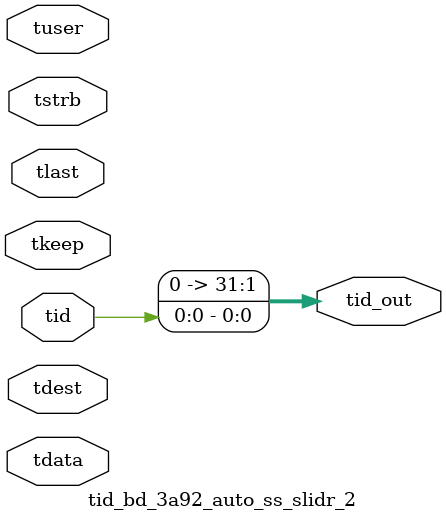
<source format=v>


`timescale 1ps/1ps

module tid_bd_3a92_auto_ss_slidr_2 #
(
parameter C_S_AXIS_TID_WIDTH   = 1,
parameter C_S_AXIS_TUSER_WIDTH = 0,
parameter C_S_AXIS_TDATA_WIDTH = 0,
parameter C_S_AXIS_TDEST_WIDTH = 0,
parameter C_M_AXIS_TID_WIDTH   = 32
)
(
input  [(C_S_AXIS_TID_WIDTH   == 0 ? 1 : C_S_AXIS_TID_WIDTH)-1:0       ] tid,
input  [(C_S_AXIS_TDATA_WIDTH == 0 ? 1 : C_S_AXIS_TDATA_WIDTH)-1:0     ] tdata,
input  [(C_S_AXIS_TUSER_WIDTH == 0 ? 1 : C_S_AXIS_TUSER_WIDTH)-1:0     ] tuser,
input  [(C_S_AXIS_TDEST_WIDTH == 0 ? 1 : C_S_AXIS_TDEST_WIDTH)-1:0     ] tdest,
input  [(C_S_AXIS_TDATA_WIDTH/8)-1:0 ] tkeep,
input  [(C_S_AXIS_TDATA_WIDTH/8)-1:0 ] tstrb,
input                                                                    tlast,
output [(C_M_AXIS_TID_WIDTH   == 0 ? 1 : C_M_AXIS_TID_WIDTH)-1:0       ] tid_out
);

assign tid_out = {tid[0:0]};

endmodule


</source>
